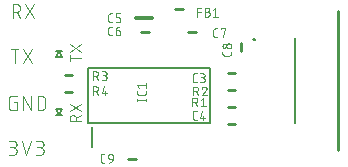
<source format=gbr>
G04 EAGLE Gerber RS-274X export*
G75*
%MOMM*%
%FSLAX34Y34*%
%LPD*%
%INSilkscreen Top*%
%IPPOS*%
%AMOC8*
5,1,8,0,0,1.08239X$1,22.5*%
G01*
%ADD10C,0.076200*%
%ADD11C,0.200000*%
%ADD12C,0.254000*%
%ADD13C,0.101600*%
%ADD14C,0.127000*%
%ADD15C,0.304800*%


D10*
X-52769Y91892D02*
X-62167Y91892D01*
X-62167Y94502D02*
X-62167Y89281D01*
X-52769Y97293D02*
X-62167Y103559D01*
X-62167Y97293D02*
X-52769Y103559D01*
X-52769Y38481D02*
X-62167Y38481D01*
X-62167Y41092D01*
X-62165Y41193D01*
X-62159Y41294D01*
X-62149Y41395D01*
X-62136Y41495D01*
X-62118Y41595D01*
X-62097Y41694D01*
X-62071Y41792D01*
X-62042Y41889D01*
X-62010Y41985D01*
X-61973Y42079D01*
X-61933Y42172D01*
X-61889Y42264D01*
X-61842Y42353D01*
X-61791Y42441D01*
X-61737Y42527D01*
X-61680Y42610D01*
X-61620Y42692D01*
X-61556Y42770D01*
X-61490Y42847D01*
X-61420Y42920D01*
X-61348Y42991D01*
X-61273Y43059D01*
X-61195Y43124D01*
X-61115Y43186D01*
X-61033Y43245D01*
X-60948Y43301D01*
X-60862Y43353D01*
X-60773Y43402D01*
X-60682Y43448D01*
X-60590Y43489D01*
X-60496Y43528D01*
X-60401Y43562D01*
X-60305Y43593D01*
X-60207Y43620D01*
X-60109Y43644D01*
X-60009Y43663D01*
X-59909Y43679D01*
X-59809Y43691D01*
X-59708Y43699D01*
X-59607Y43703D01*
X-59505Y43703D01*
X-59404Y43699D01*
X-59303Y43691D01*
X-59203Y43679D01*
X-59103Y43663D01*
X-59003Y43644D01*
X-58905Y43620D01*
X-58807Y43593D01*
X-58711Y43562D01*
X-58616Y43528D01*
X-58522Y43489D01*
X-58430Y43448D01*
X-58339Y43402D01*
X-58251Y43353D01*
X-58164Y43301D01*
X-58079Y43245D01*
X-57997Y43186D01*
X-57917Y43124D01*
X-57839Y43059D01*
X-57764Y42991D01*
X-57692Y42920D01*
X-57622Y42847D01*
X-57556Y42770D01*
X-57492Y42692D01*
X-57432Y42610D01*
X-57375Y42527D01*
X-57321Y42441D01*
X-57270Y42353D01*
X-57223Y42264D01*
X-57179Y42172D01*
X-57139Y42079D01*
X-57102Y41985D01*
X-57070Y41889D01*
X-57041Y41792D01*
X-57015Y41694D01*
X-56994Y41595D01*
X-56976Y41495D01*
X-56963Y41395D01*
X-56953Y41294D01*
X-56947Y41193D01*
X-56945Y41092D01*
X-56945Y38481D01*
X-56945Y41614D02*
X-52769Y43702D01*
X-52769Y47046D02*
X-62167Y53311D01*
X-62167Y47046D02*
X-52769Y53311D01*
D11*
X93250Y108025D02*
X93252Y107981D01*
X93258Y107938D01*
X93267Y107896D01*
X93280Y107854D01*
X93297Y107814D01*
X93317Y107775D01*
X93340Y107738D01*
X93367Y107704D01*
X93396Y107671D01*
X93429Y107642D01*
X93463Y107615D01*
X93500Y107592D01*
X93539Y107572D01*
X93579Y107555D01*
X93621Y107542D01*
X93663Y107533D01*
X93706Y107527D01*
X93750Y107525D01*
X93794Y107527D01*
X93837Y107533D01*
X93879Y107542D01*
X93921Y107555D01*
X93961Y107572D01*
X94000Y107592D01*
X94037Y107615D01*
X94071Y107642D01*
X94104Y107671D01*
X94133Y107704D01*
X94160Y107738D01*
X94183Y107775D01*
X94203Y107814D01*
X94220Y107854D01*
X94233Y107896D01*
X94242Y107938D01*
X94248Y107981D01*
X94250Y108025D01*
X94248Y108069D01*
X94242Y108112D01*
X94233Y108154D01*
X94220Y108196D01*
X94203Y108236D01*
X94183Y108275D01*
X94160Y108312D01*
X94133Y108346D01*
X94104Y108379D01*
X94071Y108408D01*
X94037Y108435D01*
X94000Y108458D01*
X93961Y108478D01*
X93921Y108495D01*
X93879Y108508D01*
X93837Y108517D01*
X93794Y108523D01*
X93750Y108525D01*
X93706Y108523D01*
X93663Y108517D01*
X93621Y108508D01*
X93579Y108495D01*
X93539Y108478D01*
X93500Y108458D01*
X93463Y108435D01*
X93429Y108408D01*
X93396Y108379D01*
X93367Y108346D01*
X93340Y108312D01*
X93317Y108275D01*
X93297Y108236D01*
X93280Y108196D01*
X93267Y108154D01*
X93258Y108112D01*
X93252Y108069D01*
X93250Y108025D01*
X93252Y107981D01*
X93258Y107938D01*
X93267Y107896D01*
X93280Y107854D01*
X93297Y107814D01*
X93317Y107775D01*
X93340Y107738D01*
X93367Y107704D01*
X93396Y107671D01*
X93429Y107642D01*
X93463Y107615D01*
X93500Y107592D01*
X93539Y107572D01*
X93579Y107555D01*
X93621Y107542D01*
X93663Y107533D01*
X93706Y107527D01*
X93750Y107525D01*
X93794Y107527D01*
X93837Y107533D01*
X93879Y107542D01*
X93921Y107555D01*
X93961Y107572D01*
X94000Y107592D01*
X94037Y107615D01*
X94071Y107642D01*
X94104Y107671D01*
X94133Y107704D01*
X94160Y107738D01*
X94183Y107775D01*
X94203Y107814D01*
X94220Y107854D01*
X94233Y107896D01*
X94242Y107938D01*
X94248Y107981D01*
X94250Y108025D01*
X128250Y109025D02*
X128250Y37025D01*
D12*
X165100Y14288D02*
X165100Y131763D01*
D11*
X-46618Y83325D02*
X-46618Y37325D01*
X-46618Y83325D02*
X56143Y83325D01*
X56143Y37325D01*
X-46618Y37325D01*
X-43238Y33825D02*
X-43238Y16825D01*
D10*
X-5271Y56912D02*
X2096Y56912D01*
X2096Y56094D02*
X2096Y57731D01*
X-5271Y57731D02*
X-5271Y56094D01*
X2096Y62332D02*
X2096Y63969D01*
X2096Y62332D02*
X2094Y62254D01*
X2089Y62176D01*
X2079Y62099D01*
X2066Y62022D01*
X2050Y61946D01*
X2030Y61871D01*
X2006Y61797D01*
X1979Y61724D01*
X1948Y61652D01*
X1914Y61582D01*
X1877Y61514D01*
X1836Y61447D01*
X1792Y61382D01*
X1746Y61320D01*
X1696Y61260D01*
X1644Y61202D01*
X1589Y61147D01*
X1531Y61095D01*
X1471Y61045D01*
X1409Y60999D01*
X1344Y60955D01*
X1278Y60914D01*
X1209Y60877D01*
X1139Y60843D01*
X1067Y60812D01*
X994Y60785D01*
X920Y60761D01*
X845Y60741D01*
X769Y60725D01*
X692Y60712D01*
X615Y60702D01*
X537Y60697D01*
X459Y60695D01*
X-3634Y60695D01*
X-3712Y60697D01*
X-3790Y60702D01*
X-3867Y60712D01*
X-3944Y60725D01*
X-4020Y60741D01*
X-4095Y60761D01*
X-4169Y60785D01*
X-4242Y60812D01*
X-4314Y60843D01*
X-4384Y60877D01*
X-4453Y60914D01*
X-4519Y60955D01*
X-4584Y60999D01*
X-4646Y61045D01*
X-4706Y61095D01*
X-4764Y61147D01*
X-4819Y61202D01*
X-4871Y61260D01*
X-4921Y61320D01*
X-4967Y61382D01*
X-5011Y61447D01*
X-5052Y61514D01*
X-5089Y61582D01*
X-5123Y61652D01*
X-5154Y61724D01*
X-5181Y61797D01*
X-5205Y61871D01*
X-5225Y61946D01*
X-5241Y62022D01*
X-5254Y62099D01*
X-5264Y62176D01*
X-5269Y62254D01*
X-5271Y62332D01*
X-5271Y63969D01*
X-3634Y66814D02*
X-5271Y68860D01*
X2096Y68860D01*
X2096Y66814D02*
X2096Y70906D01*
D12*
X71311Y79375D02*
X77915Y79375D01*
D10*
X45069Y71628D02*
X43432Y71628D01*
X43354Y71630D01*
X43276Y71635D01*
X43199Y71645D01*
X43122Y71658D01*
X43046Y71674D01*
X42971Y71694D01*
X42897Y71718D01*
X42824Y71745D01*
X42752Y71776D01*
X42682Y71810D01*
X42614Y71847D01*
X42547Y71888D01*
X42482Y71932D01*
X42420Y71978D01*
X42360Y72028D01*
X42302Y72080D01*
X42247Y72135D01*
X42195Y72193D01*
X42145Y72253D01*
X42099Y72315D01*
X42055Y72380D01*
X42014Y72447D01*
X41977Y72515D01*
X41943Y72585D01*
X41912Y72657D01*
X41885Y72730D01*
X41861Y72804D01*
X41841Y72879D01*
X41825Y72955D01*
X41812Y73032D01*
X41802Y73109D01*
X41797Y73187D01*
X41795Y73265D01*
X41795Y77357D01*
X41797Y77437D01*
X41803Y77517D01*
X41813Y77597D01*
X41826Y77676D01*
X41844Y77755D01*
X41865Y77832D01*
X41891Y77908D01*
X41920Y77983D01*
X41952Y78057D01*
X41988Y78129D01*
X42028Y78199D01*
X42071Y78266D01*
X42117Y78332D01*
X42167Y78395D01*
X42219Y78456D01*
X42274Y78515D01*
X42333Y78570D01*
X42393Y78622D01*
X42457Y78672D01*
X42523Y78718D01*
X42590Y78761D01*
X42660Y78801D01*
X42732Y78837D01*
X42806Y78869D01*
X42880Y78898D01*
X42957Y78924D01*
X43034Y78945D01*
X43113Y78963D01*
X43192Y78976D01*
X43272Y78986D01*
X43352Y78992D01*
X43432Y78994D01*
X45069Y78994D01*
X47914Y71628D02*
X49960Y71628D01*
X50049Y71630D01*
X50138Y71636D01*
X50227Y71646D01*
X50315Y71659D01*
X50403Y71676D01*
X50490Y71698D01*
X50575Y71723D01*
X50660Y71751D01*
X50743Y71784D01*
X50825Y71820D01*
X50905Y71859D01*
X50983Y71902D01*
X51059Y71948D01*
X51134Y71998D01*
X51206Y72051D01*
X51275Y72107D01*
X51342Y72166D01*
X51407Y72227D01*
X51468Y72292D01*
X51527Y72359D01*
X51583Y72428D01*
X51636Y72500D01*
X51686Y72575D01*
X51732Y72651D01*
X51775Y72729D01*
X51814Y72809D01*
X51850Y72891D01*
X51883Y72974D01*
X51911Y73059D01*
X51936Y73144D01*
X51958Y73231D01*
X51975Y73319D01*
X51988Y73407D01*
X51998Y73496D01*
X52004Y73585D01*
X52006Y73674D01*
X52004Y73763D01*
X51998Y73852D01*
X51988Y73941D01*
X51975Y74029D01*
X51958Y74117D01*
X51936Y74204D01*
X51911Y74289D01*
X51883Y74374D01*
X51850Y74457D01*
X51814Y74539D01*
X51775Y74619D01*
X51732Y74697D01*
X51686Y74773D01*
X51636Y74848D01*
X51583Y74920D01*
X51527Y74989D01*
X51468Y75056D01*
X51407Y75121D01*
X51342Y75182D01*
X51275Y75241D01*
X51206Y75297D01*
X51134Y75350D01*
X51059Y75400D01*
X50983Y75446D01*
X50905Y75489D01*
X50825Y75528D01*
X50743Y75564D01*
X50660Y75597D01*
X50575Y75625D01*
X50490Y75650D01*
X50403Y75672D01*
X50315Y75689D01*
X50227Y75702D01*
X50138Y75712D01*
X50049Y75718D01*
X49960Y75720D01*
X50370Y78994D02*
X47914Y78994D01*
X50370Y78994D02*
X50449Y78992D01*
X50528Y78986D01*
X50607Y78977D01*
X50685Y78964D01*
X50762Y78946D01*
X50838Y78926D01*
X50913Y78901D01*
X50987Y78873D01*
X51060Y78842D01*
X51131Y78806D01*
X51200Y78768D01*
X51267Y78726D01*
X51332Y78681D01*
X51395Y78633D01*
X51456Y78582D01*
X51513Y78528D01*
X51569Y78472D01*
X51621Y78413D01*
X51671Y78351D01*
X51717Y78287D01*
X51761Y78221D01*
X51801Y78153D01*
X51837Y78083D01*
X51871Y78011D01*
X51901Y77937D01*
X51927Y77863D01*
X51950Y77787D01*
X51968Y77710D01*
X51984Y77633D01*
X51995Y77554D01*
X52003Y77476D01*
X52007Y77397D01*
X52007Y77317D01*
X52003Y77238D01*
X51995Y77160D01*
X51984Y77081D01*
X51968Y77004D01*
X51950Y76927D01*
X51927Y76851D01*
X51901Y76777D01*
X51871Y76703D01*
X51837Y76631D01*
X51801Y76561D01*
X51761Y76493D01*
X51717Y76427D01*
X51671Y76363D01*
X51621Y76301D01*
X51569Y76242D01*
X51513Y76186D01*
X51456Y76132D01*
X51395Y76081D01*
X51332Y76033D01*
X51267Y75988D01*
X51200Y75946D01*
X51131Y75908D01*
X51060Y75872D01*
X50987Y75841D01*
X50913Y75813D01*
X50838Y75788D01*
X50762Y75768D01*
X50685Y75750D01*
X50607Y75737D01*
X50528Y75728D01*
X50449Y75722D01*
X50370Y75720D01*
X48733Y75720D01*
D12*
X71311Y36513D02*
X77915Y36513D01*
D10*
X45069Y39878D02*
X43432Y39878D01*
X43354Y39880D01*
X43276Y39885D01*
X43199Y39895D01*
X43122Y39908D01*
X43046Y39924D01*
X42971Y39944D01*
X42897Y39968D01*
X42824Y39995D01*
X42752Y40026D01*
X42682Y40060D01*
X42614Y40097D01*
X42547Y40138D01*
X42482Y40182D01*
X42420Y40228D01*
X42360Y40278D01*
X42302Y40330D01*
X42247Y40385D01*
X42195Y40443D01*
X42145Y40503D01*
X42099Y40565D01*
X42055Y40630D01*
X42014Y40697D01*
X41977Y40765D01*
X41943Y40835D01*
X41912Y40907D01*
X41885Y40980D01*
X41861Y41054D01*
X41841Y41129D01*
X41825Y41205D01*
X41812Y41282D01*
X41802Y41359D01*
X41797Y41437D01*
X41795Y41515D01*
X41795Y45607D01*
X41797Y45687D01*
X41803Y45767D01*
X41813Y45847D01*
X41826Y45926D01*
X41844Y46005D01*
X41865Y46082D01*
X41891Y46158D01*
X41920Y46233D01*
X41952Y46307D01*
X41988Y46379D01*
X42028Y46449D01*
X42071Y46516D01*
X42117Y46582D01*
X42167Y46645D01*
X42219Y46706D01*
X42274Y46765D01*
X42333Y46820D01*
X42393Y46872D01*
X42457Y46922D01*
X42523Y46968D01*
X42590Y47011D01*
X42660Y47051D01*
X42732Y47087D01*
X42806Y47119D01*
X42880Y47148D01*
X42957Y47174D01*
X43034Y47195D01*
X43113Y47213D01*
X43192Y47226D01*
X43272Y47236D01*
X43352Y47242D01*
X43432Y47244D01*
X45069Y47244D01*
X49551Y47244D02*
X47914Y41515D01*
X52007Y41515D01*
X50779Y43152D02*
X50779Y39878D01*
D12*
X71311Y50800D02*
X77661Y50800D01*
D10*
X41656Y51181D02*
X41656Y58547D01*
X43702Y58547D01*
X43791Y58545D01*
X43880Y58539D01*
X43969Y58529D01*
X44057Y58516D01*
X44145Y58499D01*
X44232Y58477D01*
X44317Y58452D01*
X44402Y58424D01*
X44485Y58391D01*
X44567Y58355D01*
X44647Y58316D01*
X44725Y58273D01*
X44801Y58227D01*
X44876Y58177D01*
X44948Y58124D01*
X45017Y58068D01*
X45084Y58009D01*
X45149Y57948D01*
X45210Y57883D01*
X45269Y57816D01*
X45325Y57747D01*
X45378Y57675D01*
X45428Y57600D01*
X45474Y57524D01*
X45517Y57446D01*
X45556Y57366D01*
X45592Y57284D01*
X45625Y57201D01*
X45653Y57116D01*
X45678Y57031D01*
X45700Y56944D01*
X45717Y56856D01*
X45730Y56768D01*
X45740Y56679D01*
X45746Y56590D01*
X45748Y56501D01*
X45746Y56412D01*
X45740Y56323D01*
X45730Y56234D01*
X45717Y56146D01*
X45700Y56058D01*
X45678Y55971D01*
X45653Y55886D01*
X45625Y55801D01*
X45592Y55718D01*
X45556Y55636D01*
X45517Y55556D01*
X45474Y55478D01*
X45428Y55402D01*
X45378Y55327D01*
X45325Y55255D01*
X45269Y55186D01*
X45210Y55119D01*
X45149Y55054D01*
X45084Y54993D01*
X45017Y54934D01*
X44948Y54878D01*
X44876Y54825D01*
X44801Y54775D01*
X44725Y54729D01*
X44647Y54686D01*
X44567Y54647D01*
X44485Y54611D01*
X44402Y54578D01*
X44317Y54550D01*
X44232Y54525D01*
X44145Y54503D01*
X44057Y54486D01*
X43969Y54473D01*
X43880Y54463D01*
X43791Y54457D01*
X43702Y54455D01*
X41656Y54455D01*
X44111Y54455D02*
X45748Y51181D01*
X48920Y56910D02*
X50966Y58547D01*
X50966Y51181D01*
X48920Y51181D02*
X53012Y51181D01*
D12*
X71311Y65088D02*
X77661Y65088D01*
D10*
X42238Y67882D02*
X42238Y60516D01*
X42238Y67882D02*
X44284Y67882D01*
X44284Y67881D02*
X44373Y67879D01*
X44462Y67873D01*
X44551Y67863D01*
X44639Y67850D01*
X44727Y67833D01*
X44814Y67811D01*
X44899Y67786D01*
X44984Y67758D01*
X45067Y67725D01*
X45149Y67689D01*
X45229Y67650D01*
X45307Y67607D01*
X45383Y67561D01*
X45458Y67511D01*
X45530Y67458D01*
X45599Y67402D01*
X45666Y67343D01*
X45731Y67282D01*
X45792Y67217D01*
X45851Y67150D01*
X45907Y67081D01*
X45960Y67009D01*
X46010Y66934D01*
X46056Y66858D01*
X46099Y66780D01*
X46138Y66700D01*
X46174Y66618D01*
X46207Y66535D01*
X46235Y66450D01*
X46260Y66365D01*
X46282Y66278D01*
X46299Y66190D01*
X46312Y66102D01*
X46322Y66013D01*
X46328Y65924D01*
X46330Y65835D01*
X46328Y65746D01*
X46322Y65657D01*
X46312Y65568D01*
X46299Y65480D01*
X46282Y65392D01*
X46260Y65305D01*
X46235Y65220D01*
X46207Y65135D01*
X46174Y65052D01*
X46138Y64970D01*
X46099Y64890D01*
X46056Y64812D01*
X46010Y64736D01*
X45960Y64661D01*
X45907Y64589D01*
X45851Y64520D01*
X45792Y64453D01*
X45731Y64388D01*
X45666Y64327D01*
X45599Y64268D01*
X45530Y64212D01*
X45458Y64159D01*
X45383Y64109D01*
X45307Y64063D01*
X45229Y64020D01*
X45149Y63981D01*
X45067Y63945D01*
X44984Y63912D01*
X44899Y63884D01*
X44814Y63859D01*
X44727Y63837D01*
X44639Y63820D01*
X44551Y63807D01*
X44462Y63797D01*
X44373Y63791D01*
X44284Y63789D01*
X42238Y63789D01*
X44693Y63789D02*
X46330Y60516D01*
X53595Y66040D02*
X53593Y66125D01*
X53587Y66210D01*
X53577Y66294D01*
X53564Y66378D01*
X53546Y66462D01*
X53525Y66544D01*
X53500Y66625D01*
X53471Y66705D01*
X53438Y66784D01*
X53402Y66861D01*
X53362Y66936D01*
X53319Y67010D01*
X53273Y67081D01*
X53223Y67150D01*
X53170Y67217D01*
X53114Y67281D01*
X53055Y67342D01*
X52994Y67401D01*
X52930Y67457D01*
X52863Y67510D01*
X52794Y67560D01*
X52723Y67606D01*
X52649Y67649D01*
X52574Y67689D01*
X52497Y67725D01*
X52418Y67758D01*
X52338Y67787D01*
X52257Y67812D01*
X52175Y67833D01*
X52091Y67851D01*
X52007Y67864D01*
X51923Y67874D01*
X51838Y67880D01*
X51753Y67882D01*
X51657Y67880D01*
X51561Y67874D01*
X51466Y67864D01*
X51371Y67851D01*
X51276Y67833D01*
X51183Y67812D01*
X51090Y67787D01*
X50999Y67758D01*
X50908Y67726D01*
X50819Y67690D01*
X50732Y67650D01*
X50646Y67607D01*
X50562Y67561D01*
X50480Y67511D01*
X50400Y67457D01*
X50323Y67401D01*
X50248Y67341D01*
X50175Y67279D01*
X50105Y67213D01*
X50037Y67145D01*
X49972Y67074D01*
X49911Y67001D01*
X49852Y66925D01*
X49796Y66846D01*
X49744Y66766D01*
X49695Y66683D01*
X49649Y66599D01*
X49607Y66513D01*
X49569Y66425D01*
X49534Y66336D01*
X49502Y66245D01*
X52980Y64608D02*
X53040Y64667D01*
X53097Y64729D01*
X53152Y64793D01*
X53203Y64860D01*
X53252Y64929D01*
X53298Y64999D01*
X53341Y65072D01*
X53381Y65146D01*
X53417Y65222D01*
X53450Y65300D01*
X53480Y65379D01*
X53507Y65459D01*
X53530Y65540D01*
X53549Y65622D01*
X53565Y65704D01*
X53578Y65788D01*
X53587Y65872D01*
X53592Y65956D01*
X53594Y66040D01*
X52980Y64608D02*
X49502Y60516D01*
X53594Y60516D01*
D12*
X4890Y114300D02*
X-1715Y114300D01*
D10*
X-26369Y111316D02*
X-28005Y111316D01*
X-28005Y111315D02*
X-28083Y111317D01*
X-28161Y111322D01*
X-28238Y111332D01*
X-28315Y111345D01*
X-28391Y111361D01*
X-28466Y111381D01*
X-28540Y111405D01*
X-28613Y111432D01*
X-28685Y111463D01*
X-28755Y111497D01*
X-28824Y111534D01*
X-28890Y111575D01*
X-28955Y111619D01*
X-29017Y111665D01*
X-29077Y111715D01*
X-29135Y111767D01*
X-29190Y111822D01*
X-29242Y111880D01*
X-29292Y111940D01*
X-29338Y112002D01*
X-29382Y112067D01*
X-29423Y112134D01*
X-29460Y112202D01*
X-29494Y112272D01*
X-29525Y112344D01*
X-29552Y112417D01*
X-29576Y112491D01*
X-29596Y112566D01*
X-29612Y112642D01*
X-29625Y112719D01*
X-29635Y112796D01*
X-29640Y112874D01*
X-29642Y112952D01*
X-29642Y117045D01*
X-29640Y117123D01*
X-29635Y117201D01*
X-29625Y117278D01*
X-29612Y117355D01*
X-29596Y117431D01*
X-29576Y117506D01*
X-29552Y117580D01*
X-29525Y117653D01*
X-29494Y117725D01*
X-29460Y117795D01*
X-29423Y117864D01*
X-29382Y117930D01*
X-29338Y117995D01*
X-29292Y118057D01*
X-29242Y118117D01*
X-29190Y118175D01*
X-29135Y118230D01*
X-29077Y118282D01*
X-29017Y118332D01*
X-28955Y118378D01*
X-28890Y118422D01*
X-28824Y118463D01*
X-28755Y118500D01*
X-28685Y118534D01*
X-28613Y118565D01*
X-28540Y118592D01*
X-28466Y118616D01*
X-28391Y118636D01*
X-28315Y118652D01*
X-28238Y118665D01*
X-28161Y118675D01*
X-28083Y118680D01*
X-28005Y118682D01*
X-26369Y118682D01*
X-23523Y115408D02*
X-21068Y115408D01*
X-20988Y115406D01*
X-20908Y115400D01*
X-20828Y115390D01*
X-20749Y115377D01*
X-20670Y115359D01*
X-20593Y115338D01*
X-20517Y115312D01*
X-20442Y115283D01*
X-20368Y115251D01*
X-20296Y115215D01*
X-20226Y115175D01*
X-20159Y115132D01*
X-20093Y115086D01*
X-20030Y115036D01*
X-19969Y114984D01*
X-19910Y114929D01*
X-19855Y114870D01*
X-19803Y114810D01*
X-19753Y114746D01*
X-19707Y114680D01*
X-19664Y114613D01*
X-19624Y114543D01*
X-19588Y114471D01*
X-19556Y114397D01*
X-19527Y114323D01*
X-19501Y114246D01*
X-19480Y114169D01*
X-19462Y114090D01*
X-19449Y114011D01*
X-19439Y113931D01*
X-19433Y113851D01*
X-19431Y113771D01*
X-19431Y113362D01*
X-19433Y113273D01*
X-19439Y113184D01*
X-19449Y113095D01*
X-19462Y113007D01*
X-19479Y112919D01*
X-19501Y112832D01*
X-19526Y112747D01*
X-19554Y112662D01*
X-19587Y112579D01*
X-19623Y112497D01*
X-19662Y112417D01*
X-19705Y112339D01*
X-19751Y112263D01*
X-19801Y112188D01*
X-19854Y112116D01*
X-19910Y112047D01*
X-19969Y111980D01*
X-20030Y111915D01*
X-20095Y111854D01*
X-20162Y111795D01*
X-20231Y111739D01*
X-20303Y111686D01*
X-20378Y111636D01*
X-20454Y111590D01*
X-20532Y111547D01*
X-20612Y111508D01*
X-20694Y111472D01*
X-20777Y111439D01*
X-20862Y111411D01*
X-20947Y111386D01*
X-21034Y111364D01*
X-21122Y111347D01*
X-21210Y111334D01*
X-21299Y111324D01*
X-21388Y111318D01*
X-21477Y111316D01*
X-21566Y111318D01*
X-21655Y111324D01*
X-21744Y111334D01*
X-21832Y111347D01*
X-21920Y111364D01*
X-22007Y111386D01*
X-22092Y111411D01*
X-22177Y111439D01*
X-22260Y111472D01*
X-22342Y111508D01*
X-22422Y111547D01*
X-22500Y111590D01*
X-22576Y111636D01*
X-22651Y111686D01*
X-22723Y111739D01*
X-22792Y111795D01*
X-22859Y111854D01*
X-22924Y111915D01*
X-22985Y111980D01*
X-23044Y112047D01*
X-23100Y112116D01*
X-23153Y112188D01*
X-23203Y112263D01*
X-23249Y112339D01*
X-23292Y112417D01*
X-23331Y112497D01*
X-23367Y112579D01*
X-23400Y112662D01*
X-23428Y112747D01*
X-23453Y112832D01*
X-23475Y112919D01*
X-23492Y113007D01*
X-23505Y113095D01*
X-23515Y113184D01*
X-23521Y113273D01*
X-23523Y113362D01*
X-23523Y115408D01*
X-23521Y115520D01*
X-23515Y115631D01*
X-23506Y115743D01*
X-23493Y115854D01*
X-23475Y115964D01*
X-23455Y116074D01*
X-23430Y116183D01*
X-23402Y116291D01*
X-23370Y116398D01*
X-23334Y116504D01*
X-23295Y116609D01*
X-23252Y116712D01*
X-23206Y116814D01*
X-23156Y116914D01*
X-23103Y117013D01*
X-23046Y117109D01*
X-22987Y117204D01*
X-22924Y117296D01*
X-22858Y117386D01*
X-22789Y117474D01*
X-22717Y117560D01*
X-22642Y117643D01*
X-22564Y117723D01*
X-22484Y117801D01*
X-22401Y117876D01*
X-22315Y117948D01*
X-22227Y118017D01*
X-22137Y118083D01*
X-22045Y118146D01*
X-21950Y118205D01*
X-21854Y118262D01*
X-21755Y118315D01*
X-21655Y118365D01*
X-21553Y118411D01*
X-21450Y118454D01*
X-21345Y118493D01*
X-21239Y118529D01*
X-21132Y118561D01*
X-21024Y118589D01*
X-20915Y118614D01*
X-20805Y118634D01*
X-20695Y118652D01*
X-20584Y118665D01*
X-20472Y118674D01*
X-20361Y118680D01*
X-20249Y118682D01*
D13*
X-108959Y99505D02*
X-108959Y87821D01*
X-112205Y99505D02*
X-105713Y99505D01*
X-94396Y99505D02*
X-102186Y87821D01*
X-94396Y87821D02*
X-102186Y99505D01*
X-110617Y125921D02*
X-110617Y137605D01*
X-107371Y137605D01*
X-107258Y137603D01*
X-107145Y137597D01*
X-107032Y137587D01*
X-106919Y137573D01*
X-106807Y137556D01*
X-106696Y137534D01*
X-106586Y137509D01*
X-106476Y137479D01*
X-106368Y137446D01*
X-106261Y137409D01*
X-106155Y137369D01*
X-106051Y137324D01*
X-105948Y137276D01*
X-105847Y137225D01*
X-105748Y137170D01*
X-105651Y137112D01*
X-105556Y137050D01*
X-105463Y136985D01*
X-105373Y136917D01*
X-105285Y136846D01*
X-105199Y136771D01*
X-105116Y136694D01*
X-105036Y136614D01*
X-104959Y136531D01*
X-104884Y136445D01*
X-104813Y136357D01*
X-104745Y136267D01*
X-104680Y136174D01*
X-104618Y136079D01*
X-104560Y135982D01*
X-104505Y135883D01*
X-104454Y135782D01*
X-104406Y135679D01*
X-104361Y135575D01*
X-104321Y135469D01*
X-104284Y135362D01*
X-104251Y135254D01*
X-104221Y135144D01*
X-104196Y135034D01*
X-104174Y134923D01*
X-104157Y134811D01*
X-104143Y134698D01*
X-104133Y134585D01*
X-104127Y134472D01*
X-104125Y134359D01*
X-104127Y134246D01*
X-104133Y134133D01*
X-104143Y134020D01*
X-104157Y133907D01*
X-104174Y133795D01*
X-104196Y133684D01*
X-104221Y133574D01*
X-104251Y133464D01*
X-104284Y133356D01*
X-104321Y133249D01*
X-104361Y133143D01*
X-104406Y133039D01*
X-104454Y132936D01*
X-104505Y132835D01*
X-104560Y132736D01*
X-104618Y132639D01*
X-104680Y132544D01*
X-104745Y132451D01*
X-104813Y132361D01*
X-104884Y132273D01*
X-104959Y132187D01*
X-105036Y132104D01*
X-105116Y132024D01*
X-105199Y131947D01*
X-105285Y131872D01*
X-105373Y131801D01*
X-105463Y131733D01*
X-105556Y131668D01*
X-105651Y131606D01*
X-105748Y131548D01*
X-105847Y131493D01*
X-105948Y131442D01*
X-106051Y131394D01*
X-106155Y131349D01*
X-106261Y131309D01*
X-106368Y131272D01*
X-106476Y131239D01*
X-106586Y131209D01*
X-106696Y131184D01*
X-106807Y131162D01*
X-106919Y131145D01*
X-107032Y131131D01*
X-107145Y131121D01*
X-107258Y131115D01*
X-107371Y131113D01*
X-110617Y131113D01*
X-106722Y131113D02*
X-104126Y125921D01*
X-99910Y125921D02*
X-92120Y137605D01*
X-99910Y137605D02*
X-92120Y125921D01*
D12*
X27115Y133604D02*
X33973Y133604D01*
D10*
X45631Y134557D02*
X45631Y127191D01*
X45631Y134557D02*
X48905Y134557D01*
X48905Y131283D02*
X45631Y131283D01*
X52073Y131283D02*
X54119Y131283D01*
X54208Y131281D01*
X54297Y131275D01*
X54386Y131265D01*
X54474Y131252D01*
X54562Y131235D01*
X54649Y131213D01*
X54734Y131188D01*
X54819Y131160D01*
X54902Y131127D01*
X54984Y131091D01*
X55064Y131052D01*
X55142Y131009D01*
X55218Y130963D01*
X55293Y130913D01*
X55365Y130860D01*
X55434Y130804D01*
X55501Y130745D01*
X55566Y130684D01*
X55627Y130619D01*
X55686Y130552D01*
X55742Y130483D01*
X55795Y130411D01*
X55845Y130336D01*
X55891Y130260D01*
X55934Y130182D01*
X55973Y130102D01*
X56009Y130020D01*
X56042Y129937D01*
X56070Y129852D01*
X56095Y129767D01*
X56117Y129680D01*
X56134Y129592D01*
X56147Y129504D01*
X56157Y129415D01*
X56163Y129326D01*
X56165Y129237D01*
X56163Y129148D01*
X56157Y129059D01*
X56147Y128970D01*
X56134Y128882D01*
X56117Y128794D01*
X56095Y128707D01*
X56070Y128622D01*
X56042Y128537D01*
X56009Y128454D01*
X55973Y128372D01*
X55934Y128292D01*
X55891Y128214D01*
X55845Y128138D01*
X55795Y128063D01*
X55742Y127991D01*
X55686Y127922D01*
X55627Y127855D01*
X55566Y127790D01*
X55501Y127729D01*
X55434Y127670D01*
X55365Y127614D01*
X55293Y127561D01*
X55218Y127511D01*
X55142Y127465D01*
X55064Y127422D01*
X54984Y127383D01*
X54902Y127347D01*
X54819Y127314D01*
X54734Y127286D01*
X54649Y127261D01*
X54562Y127239D01*
X54474Y127222D01*
X54386Y127209D01*
X54297Y127199D01*
X54208Y127193D01*
X54119Y127191D01*
X52073Y127191D01*
X52073Y134557D01*
X54119Y134557D01*
X54198Y134555D01*
X54277Y134549D01*
X54356Y134540D01*
X54434Y134527D01*
X54511Y134509D01*
X54587Y134489D01*
X54662Y134464D01*
X54736Y134436D01*
X54809Y134405D01*
X54880Y134369D01*
X54949Y134331D01*
X55016Y134289D01*
X55081Y134244D01*
X55144Y134196D01*
X55205Y134145D01*
X55262Y134091D01*
X55318Y134035D01*
X55370Y133976D01*
X55420Y133914D01*
X55466Y133850D01*
X55510Y133784D01*
X55550Y133716D01*
X55586Y133646D01*
X55620Y133574D01*
X55650Y133500D01*
X55676Y133426D01*
X55699Y133350D01*
X55717Y133273D01*
X55733Y133196D01*
X55744Y133117D01*
X55752Y133039D01*
X55756Y132960D01*
X55756Y132880D01*
X55752Y132801D01*
X55744Y132723D01*
X55733Y132644D01*
X55717Y132567D01*
X55699Y132490D01*
X55676Y132414D01*
X55650Y132340D01*
X55620Y132266D01*
X55586Y132194D01*
X55550Y132124D01*
X55510Y132056D01*
X55466Y131990D01*
X55420Y131926D01*
X55370Y131864D01*
X55318Y131805D01*
X55262Y131749D01*
X55205Y131695D01*
X55144Y131644D01*
X55081Y131596D01*
X55016Y131551D01*
X54949Y131509D01*
X54880Y131471D01*
X54809Y131435D01*
X54736Y131404D01*
X54662Y131376D01*
X54587Y131351D01*
X54511Y131331D01*
X54434Y131313D01*
X54356Y131300D01*
X54277Y131291D01*
X54198Y131285D01*
X54119Y131283D01*
X59027Y132920D02*
X61073Y134557D01*
X61073Y127191D01*
X59027Y127191D02*
X63119Y127191D01*
D12*
X-60198Y77788D02*
X-66548Y77788D01*
D10*
X-42482Y80772D02*
X-42482Y73406D01*
X-42482Y80772D02*
X-40435Y80772D01*
X-40346Y80770D01*
X-40257Y80764D01*
X-40168Y80754D01*
X-40080Y80741D01*
X-39992Y80724D01*
X-39905Y80702D01*
X-39820Y80677D01*
X-39735Y80649D01*
X-39652Y80616D01*
X-39570Y80580D01*
X-39490Y80541D01*
X-39412Y80498D01*
X-39336Y80452D01*
X-39261Y80402D01*
X-39189Y80349D01*
X-39120Y80293D01*
X-39053Y80234D01*
X-38988Y80173D01*
X-38927Y80108D01*
X-38868Y80041D01*
X-38812Y79972D01*
X-38759Y79900D01*
X-38709Y79825D01*
X-38663Y79749D01*
X-38620Y79671D01*
X-38581Y79591D01*
X-38545Y79509D01*
X-38512Y79426D01*
X-38484Y79341D01*
X-38459Y79256D01*
X-38437Y79169D01*
X-38420Y79081D01*
X-38407Y78993D01*
X-38397Y78904D01*
X-38391Y78815D01*
X-38389Y78726D01*
X-38391Y78637D01*
X-38397Y78548D01*
X-38407Y78459D01*
X-38420Y78371D01*
X-38437Y78283D01*
X-38459Y78196D01*
X-38484Y78111D01*
X-38512Y78026D01*
X-38545Y77943D01*
X-38581Y77861D01*
X-38620Y77781D01*
X-38663Y77703D01*
X-38709Y77627D01*
X-38759Y77552D01*
X-38812Y77480D01*
X-38868Y77411D01*
X-38927Y77344D01*
X-38988Y77279D01*
X-39053Y77218D01*
X-39120Y77159D01*
X-39189Y77103D01*
X-39261Y77050D01*
X-39336Y77000D01*
X-39412Y76954D01*
X-39490Y76911D01*
X-39570Y76872D01*
X-39652Y76836D01*
X-39735Y76803D01*
X-39820Y76775D01*
X-39905Y76750D01*
X-39992Y76728D01*
X-40080Y76711D01*
X-40168Y76698D01*
X-40257Y76688D01*
X-40346Y76682D01*
X-40435Y76680D01*
X-42482Y76680D01*
X-40026Y76680D02*
X-38389Y73406D01*
X-35217Y73406D02*
X-33171Y73406D01*
X-33082Y73408D01*
X-32993Y73414D01*
X-32904Y73424D01*
X-32816Y73437D01*
X-32728Y73454D01*
X-32641Y73476D01*
X-32556Y73501D01*
X-32471Y73529D01*
X-32388Y73562D01*
X-32306Y73598D01*
X-32226Y73637D01*
X-32148Y73680D01*
X-32072Y73726D01*
X-31997Y73776D01*
X-31925Y73829D01*
X-31856Y73885D01*
X-31789Y73944D01*
X-31724Y74005D01*
X-31663Y74070D01*
X-31604Y74137D01*
X-31548Y74206D01*
X-31495Y74278D01*
X-31445Y74353D01*
X-31399Y74429D01*
X-31356Y74507D01*
X-31317Y74587D01*
X-31281Y74669D01*
X-31248Y74752D01*
X-31220Y74837D01*
X-31195Y74922D01*
X-31173Y75009D01*
X-31156Y75097D01*
X-31143Y75185D01*
X-31133Y75274D01*
X-31127Y75363D01*
X-31125Y75452D01*
X-31127Y75541D01*
X-31133Y75630D01*
X-31143Y75719D01*
X-31156Y75807D01*
X-31173Y75895D01*
X-31195Y75982D01*
X-31220Y76067D01*
X-31248Y76152D01*
X-31281Y76235D01*
X-31317Y76317D01*
X-31356Y76397D01*
X-31399Y76475D01*
X-31445Y76551D01*
X-31495Y76626D01*
X-31548Y76698D01*
X-31604Y76767D01*
X-31663Y76834D01*
X-31724Y76899D01*
X-31789Y76960D01*
X-31856Y77019D01*
X-31925Y77075D01*
X-31997Y77128D01*
X-32072Y77178D01*
X-32148Y77224D01*
X-32226Y77267D01*
X-32306Y77306D01*
X-32388Y77342D01*
X-32471Y77375D01*
X-32556Y77403D01*
X-32641Y77428D01*
X-32728Y77450D01*
X-32816Y77467D01*
X-32904Y77480D01*
X-32993Y77490D01*
X-33082Y77496D01*
X-33171Y77498D01*
X-32762Y80772D02*
X-35217Y80772D01*
X-32762Y80772D02*
X-32683Y80770D01*
X-32604Y80764D01*
X-32525Y80755D01*
X-32447Y80742D01*
X-32370Y80724D01*
X-32294Y80704D01*
X-32219Y80679D01*
X-32145Y80651D01*
X-32072Y80620D01*
X-32001Y80584D01*
X-31932Y80546D01*
X-31865Y80504D01*
X-31800Y80459D01*
X-31737Y80411D01*
X-31676Y80360D01*
X-31619Y80306D01*
X-31563Y80250D01*
X-31511Y80191D01*
X-31461Y80129D01*
X-31415Y80065D01*
X-31371Y79999D01*
X-31331Y79931D01*
X-31295Y79861D01*
X-31261Y79789D01*
X-31231Y79715D01*
X-31205Y79641D01*
X-31182Y79565D01*
X-31164Y79488D01*
X-31148Y79411D01*
X-31137Y79332D01*
X-31129Y79254D01*
X-31125Y79175D01*
X-31125Y79095D01*
X-31129Y79016D01*
X-31137Y78938D01*
X-31148Y78859D01*
X-31164Y78782D01*
X-31182Y78705D01*
X-31205Y78629D01*
X-31231Y78555D01*
X-31261Y78481D01*
X-31295Y78409D01*
X-31331Y78339D01*
X-31371Y78271D01*
X-31415Y78205D01*
X-31461Y78141D01*
X-31511Y78079D01*
X-31563Y78020D01*
X-31619Y77964D01*
X-31676Y77910D01*
X-31737Y77859D01*
X-31800Y77811D01*
X-31865Y77766D01*
X-31932Y77724D01*
X-32001Y77686D01*
X-32072Y77650D01*
X-32145Y77619D01*
X-32219Y77591D01*
X-32294Y77566D01*
X-32370Y77546D01*
X-32447Y77528D01*
X-32525Y77515D01*
X-32604Y77506D01*
X-32683Y77500D01*
X-32762Y77498D01*
X-34399Y77498D01*
D12*
X-60198Y63500D02*
X-66548Y63500D01*
D10*
X-42482Y60706D02*
X-42482Y68072D01*
X-40435Y68072D01*
X-40346Y68070D01*
X-40257Y68064D01*
X-40168Y68054D01*
X-40080Y68041D01*
X-39992Y68024D01*
X-39905Y68002D01*
X-39820Y67977D01*
X-39735Y67949D01*
X-39652Y67916D01*
X-39570Y67880D01*
X-39490Y67841D01*
X-39412Y67798D01*
X-39336Y67752D01*
X-39261Y67702D01*
X-39189Y67649D01*
X-39120Y67593D01*
X-39053Y67534D01*
X-38988Y67473D01*
X-38927Y67408D01*
X-38868Y67341D01*
X-38812Y67272D01*
X-38759Y67200D01*
X-38709Y67125D01*
X-38663Y67049D01*
X-38620Y66971D01*
X-38581Y66891D01*
X-38545Y66809D01*
X-38512Y66726D01*
X-38484Y66641D01*
X-38459Y66556D01*
X-38437Y66469D01*
X-38420Y66381D01*
X-38407Y66293D01*
X-38397Y66204D01*
X-38391Y66115D01*
X-38389Y66026D01*
X-38391Y65937D01*
X-38397Y65848D01*
X-38407Y65759D01*
X-38420Y65671D01*
X-38437Y65583D01*
X-38459Y65496D01*
X-38484Y65411D01*
X-38512Y65326D01*
X-38545Y65243D01*
X-38581Y65161D01*
X-38620Y65081D01*
X-38663Y65003D01*
X-38709Y64927D01*
X-38759Y64852D01*
X-38812Y64780D01*
X-38868Y64711D01*
X-38927Y64644D01*
X-38988Y64579D01*
X-39053Y64518D01*
X-39120Y64459D01*
X-39189Y64403D01*
X-39261Y64350D01*
X-39336Y64300D01*
X-39412Y64254D01*
X-39490Y64211D01*
X-39570Y64172D01*
X-39652Y64136D01*
X-39735Y64103D01*
X-39820Y64075D01*
X-39905Y64050D01*
X-39992Y64028D01*
X-40080Y64011D01*
X-40168Y63998D01*
X-40257Y63988D01*
X-40346Y63982D01*
X-40435Y63980D01*
X-42482Y63980D01*
X-40026Y63980D02*
X-38389Y60706D01*
X-35217Y62343D02*
X-33581Y68072D01*
X-35217Y62343D02*
X-31125Y62343D01*
X-32353Y63980D02*
X-32353Y60706D01*
D14*
X-71438Y43538D02*
X-73938Y43538D01*
X-71438Y43538D02*
X-68938Y43538D01*
X-71438Y43538D02*
X-73938Y48538D01*
X-68938Y48538D02*
X-71438Y43538D01*
X-68938Y48538D02*
X-73938Y48538D01*
X-71438Y97750D02*
X-68938Y97750D01*
X-71438Y97750D02*
X-73938Y97750D01*
X-71438Y97750D02*
X-68938Y92750D01*
X-73938Y92750D02*
X-71438Y97750D01*
X-73938Y92750D02*
X-68938Y92750D01*
D12*
X37973Y114300D02*
X44577Y114300D01*
D10*
X60895Y109728D02*
X62531Y109728D01*
X60895Y109728D02*
X60817Y109730D01*
X60739Y109735D01*
X60662Y109745D01*
X60585Y109758D01*
X60509Y109774D01*
X60434Y109794D01*
X60360Y109818D01*
X60287Y109845D01*
X60215Y109876D01*
X60145Y109910D01*
X60077Y109947D01*
X60010Y109988D01*
X59945Y110032D01*
X59883Y110078D01*
X59823Y110128D01*
X59765Y110180D01*
X59710Y110235D01*
X59658Y110293D01*
X59608Y110353D01*
X59562Y110415D01*
X59518Y110480D01*
X59477Y110547D01*
X59440Y110615D01*
X59406Y110685D01*
X59375Y110757D01*
X59348Y110830D01*
X59324Y110904D01*
X59304Y110979D01*
X59288Y111055D01*
X59275Y111132D01*
X59265Y111209D01*
X59260Y111287D01*
X59258Y111365D01*
X59258Y115457D01*
X59260Y115537D01*
X59266Y115617D01*
X59276Y115697D01*
X59289Y115776D01*
X59307Y115855D01*
X59328Y115932D01*
X59354Y116008D01*
X59383Y116083D01*
X59415Y116157D01*
X59451Y116229D01*
X59491Y116299D01*
X59534Y116366D01*
X59580Y116432D01*
X59630Y116495D01*
X59682Y116556D01*
X59737Y116615D01*
X59796Y116670D01*
X59856Y116722D01*
X59920Y116772D01*
X59986Y116818D01*
X60053Y116861D01*
X60123Y116901D01*
X60195Y116937D01*
X60269Y116969D01*
X60343Y116998D01*
X60420Y117024D01*
X60497Y117045D01*
X60576Y117063D01*
X60655Y117076D01*
X60735Y117086D01*
X60815Y117092D01*
X60895Y117094D01*
X62531Y117094D01*
X65377Y117094D02*
X65377Y116276D01*
X65377Y117094D02*
X69469Y117094D01*
X67423Y109728D01*
D13*
X-110546Y10033D02*
X-113792Y10033D01*
X-110546Y10033D02*
X-110433Y10035D01*
X-110320Y10041D01*
X-110207Y10051D01*
X-110094Y10065D01*
X-109982Y10082D01*
X-109871Y10104D01*
X-109761Y10129D01*
X-109651Y10159D01*
X-109543Y10192D01*
X-109436Y10229D01*
X-109330Y10269D01*
X-109226Y10314D01*
X-109123Y10362D01*
X-109022Y10413D01*
X-108923Y10468D01*
X-108826Y10526D01*
X-108731Y10588D01*
X-108638Y10653D01*
X-108548Y10721D01*
X-108460Y10792D01*
X-108374Y10867D01*
X-108291Y10944D01*
X-108211Y11024D01*
X-108134Y11107D01*
X-108059Y11193D01*
X-107988Y11281D01*
X-107920Y11371D01*
X-107855Y11464D01*
X-107793Y11559D01*
X-107735Y11656D01*
X-107680Y11755D01*
X-107629Y11856D01*
X-107581Y11959D01*
X-107536Y12063D01*
X-107496Y12169D01*
X-107459Y12276D01*
X-107426Y12384D01*
X-107396Y12494D01*
X-107371Y12604D01*
X-107349Y12715D01*
X-107332Y12827D01*
X-107318Y12940D01*
X-107308Y13053D01*
X-107302Y13166D01*
X-107300Y13279D01*
X-107302Y13392D01*
X-107308Y13505D01*
X-107318Y13618D01*
X-107332Y13731D01*
X-107349Y13843D01*
X-107371Y13954D01*
X-107396Y14064D01*
X-107426Y14174D01*
X-107459Y14282D01*
X-107496Y14389D01*
X-107536Y14495D01*
X-107581Y14599D01*
X-107629Y14702D01*
X-107680Y14803D01*
X-107735Y14902D01*
X-107793Y14999D01*
X-107855Y15094D01*
X-107920Y15187D01*
X-107988Y15277D01*
X-108059Y15365D01*
X-108134Y15451D01*
X-108211Y15534D01*
X-108291Y15614D01*
X-108374Y15691D01*
X-108460Y15766D01*
X-108548Y15837D01*
X-108638Y15905D01*
X-108731Y15970D01*
X-108826Y16032D01*
X-108923Y16090D01*
X-109022Y16145D01*
X-109123Y16196D01*
X-109226Y16244D01*
X-109330Y16289D01*
X-109436Y16329D01*
X-109543Y16366D01*
X-109651Y16399D01*
X-109761Y16429D01*
X-109871Y16454D01*
X-109982Y16476D01*
X-110094Y16493D01*
X-110207Y16507D01*
X-110320Y16517D01*
X-110433Y16523D01*
X-110546Y16525D01*
X-109897Y21717D02*
X-113792Y21717D01*
X-109897Y21717D02*
X-109796Y21715D01*
X-109696Y21709D01*
X-109596Y21699D01*
X-109496Y21686D01*
X-109397Y21668D01*
X-109298Y21647D01*
X-109201Y21622D01*
X-109104Y21593D01*
X-109009Y21560D01*
X-108915Y21524D01*
X-108823Y21484D01*
X-108732Y21441D01*
X-108643Y21394D01*
X-108556Y21344D01*
X-108470Y21290D01*
X-108387Y21233D01*
X-108307Y21173D01*
X-108228Y21110D01*
X-108152Y21043D01*
X-108079Y20974D01*
X-108009Y20902D01*
X-107941Y20828D01*
X-107876Y20751D01*
X-107815Y20671D01*
X-107756Y20589D01*
X-107701Y20505D01*
X-107649Y20419D01*
X-107600Y20331D01*
X-107555Y20241D01*
X-107513Y20149D01*
X-107475Y20056D01*
X-107441Y19961D01*
X-107410Y19866D01*
X-107383Y19769D01*
X-107360Y19671D01*
X-107340Y19572D01*
X-107325Y19472D01*
X-107313Y19372D01*
X-107305Y19272D01*
X-107301Y19171D01*
X-107301Y19071D01*
X-107305Y18970D01*
X-107313Y18870D01*
X-107325Y18770D01*
X-107340Y18670D01*
X-107360Y18571D01*
X-107383Y18473D01*
X-107410Y18376D01*
X-107441Y18281D01*
X-107475Y18186D01*
X-107513Y18093D01*
X-107555Y18001D01*
X-107600Y17911D01*
X-107649Y17823D01*
X-107701Y17737D01*
X-107756Y17653D01*
X-107815Y17571D01*
X-107876Y17491D01*
X-107941Y17414D01*
X-108009Y17340D01*
X-108079Y17268D01*
X-108152Y17199D01*
X-108228Y17132D01*
X-108307Y17069D01*
X-108387Y17009D01*
X-108470Y16952D01*
X-108556Y16898D01*
X-108643Y16848D01*
X-108732Y16801D01*
X-108823Y16758D01*
X-108915Y16718D01*
X-109009Y16682D01*
X-109104Y16649D01*
X-109201Y16620D01*
X-109298Y16595D01*
X-109397Y16574D01*
X-109496Y16556D01*
X-109596Y16543D01*
X-109696Y16533D01*
X-109796Y16527D01*
X-109897Y16525D01*
X-109897Y16524D02*
X-112494Y16524D01*
X-103011Y21717D02*
X-99116Y10033D01*
X-95222Y21717D01*
X-90932Y10033D02*
X-87687Y10033D01*
X-87574Y10035D01*
X-87461Y10041D01*
X-87348Y10051D01*
X-87235Y10065D01*
X-87123Y10082D01*
X-87012Y10104D01*
X-86902Y10129D01*
X-86792Y10159D01*
X-86684Y10192D01*
X-86577Y10229D01*
X-86471Y10269D01*
X-86367Y10314D01*
X-86264Y10362D01*
X-86163Y10413D01*
X-86064Y10468D01*
X-85967Y10526D01*
X-85872Y10588D01*
X-85779Y10653D01*
X-85689Y10721D01*
X-85601Y10792D01*
X-85515Y10867D01*
X-85432Y10944D01*
X-85352Y11024D01*
X-85275Y11107D01*
X-85200Y11193D01*
X-85129Y11281D01*
X-85061Y11371D01*
X-84996Y11464D01*
X-84934Y11559D01*
X-84876Y11656D01*
X-84821Y11755D01*
X-84770Y11856D01*
X-84722Y11959D01*
X-84677Y12063D01*
X-84637Y12169D01*
X-84600Y12276D01*
X-84567Y12384D01*
X-84537Y12494D01*
X-84512Y12604D01*
X-84490Y12715D01*
X-84473Y12827D01*
X-84459Y12940D01*
X-84449Y13053D01*
X-84443Y13166D01*
X-84441Y13279D01*
X-84443Y13392D01*
X-84449Y13505D01*
X-84459Y13618D01*
X-84473Y13731D01*
X-84490Y13843D01*
X-84512Y13954D01*
X-84537Y14064D01*
X-84567Y14174D01*
X-84600Y14282D01*
X-84637Y14389D01*
X-84677Y14495D01*
X-84722Y14599D01*
X-84770Y14702D01*
X-84821Y14803D01*
X-84876Y14902D01*
X-84934Y14999D01*
X-84996Y15094D01*
X-85061Y15187D01*
X-85129Y15277D01*
X-85200Y15365D01*
X-85275Y15451D01*
X-85352Y15534D01*
X-85432Y15614D01*
X-85515Y15691D01*
X-85601Y15766D01*
X-85689Y15837D01*
X-85779Y15905D01*
X-85872Y15970D01*
X-85967Y16032D01*
X-86064Y16090D01*
X-86163Y16145D01*
X-86264Y16196D01*
X-86367Y16244D01*
X-86471Y16289D01*
X-86577Y16329D01*
X-86684Y16366D01*
X-86792Y16399D01*
X-86902Y16429D01*
X-87012Y16454D01*
X-87123Y16476D01*
X-87235Y16493D01*
X-87348Y16507D01*
X-87461Y16517D01*
X-87574Y16523D01*
X-87687Y16525D01*
X-87037Y21717D02*
X-90932Y21717D01*
X-87037Y21717D02*
X-86936Y21715D01*
X-86836Y21709D01*
X-86736Y21699D01*
X-86636Y21686D01*
X-86537Y21668D01*
X-86438Y21647D01*
X-86341Y21622D01*
X-86244Y21593D01*
X-86149Y21560D01*
X-86055Y21524D01*
X-85963Y21484D01*
X-85872Y21441D01*
X-85783Y21394D01*
X-85696Y21344D01*
X-85610Y21290D01*
X-85527Y21233D01*
X-85447Y21173D01*
X-85368Y21110D01*
X-85292Y21043D01*
X-85219Y20974D01*
X-85149Y20902D01*
X-85081Y20828D01*
X-85016Y20751D01*
X-84955Y20671D01*
X-84896Y20589D01*
X-84841Y20505D01*
X-84789Y20419D01*
X-84740Y20331D01*
X-84695Y20241D01*
X-84653Y20149D01*
X-84615Y20056D01*
X-84581Y19961D01*
X-84550Y19866D01*
X-84523Y19769D01*
X-84500Y19671D01*
X-84480Y19572D01*
X-84465Y19472D01*
X-84453Y19372D01*
X-84445Y19272D01*
X-84441Y19171D01*
X-84441Y19071D01*
X-84445Y18970D01*
X-84453Y18870D01*
X-84465Y18770D01*
X-84480Y18670D01*
X-84500Y18571D01*
X-84523Y18473D01*
X-84550Y18376D01*
X-84581Y18281D01*
X-84615Y18186D01*
X-84653Y18093D01*
X-84695Y18001D01*
X-84740Y17911D01*
X-84789Y17823D01*
X-84841Y17737D01*
X-84896Y17653D01*
X-84955Y17571D01*
X-85016Y17491D01*
X-85081Y17414D01*
X-85149Y17340D01*
X-85219Y17268D01*
X-85292Y17199D01*
X-85368Y17132D01*
X-85447Y17069D01*
X-85527Y17009D01*
X-85610Y16952D01*
X-85696Y16898D01*
X-85783Y16848D01*
X-85872Y16801D01*
X-85963Y16758D01*
X-86055Y16718D01*
X-86149Y16682D01*
X-86244Y16649D01*
X-86341Y16620D01*
X-86438Y16595D01*
X-86537Y16574D01*
X-86636Y16556D01*
X-86736Y16543D01*
X-86836Y16533D01*
X-86936Y16527D01*
X-87037Y16525D01*
X-87037Y16524D02*
X-89634Y16524D01*
X-107301Y54624D02*
X-109248Y54624D01*
X-107301Y54624D02*
X-107301Y48133D01*
X-111196Y48133D01*
X-111295Y48135D01*
X-111395Y48141D01*
X-111494Y48150D01*
X-111592Y48163D01*
X-111690Y48180D01*
X-111788Y48201D01*
X-111884Y48226D01*
X-111979Y48254D01*
X-112073Y48286D01*
X-112166Y48321D01*
X-112258Y48360D01*
X-112348Y48403D01*
X-112436Y48448D01*
X-112523Y48498D01*
X-112607Y48550D01*
X-112690Y48606D01*
X-112770Y48664D01*
X-112848Y48726D01*
X-112923Y48791D01*
X-112996Y48859D01*
X-113066Y48929D01*
X-113134Y49002D01*
X-113199Y49077D01*
X-113261Y49155D01*
X-113319Y49235D01*
X-113375Y49318D01*
X-113427Y49402D01*
X-113477Y49489D01*
X-113522Y49577D01*
X-113565Y49667D01*
X-113604Y49759D01*
X-113639Y49852D01*
X-113671Y49946D01*
X-113699Y50041D01*
X-113724Y50137D01*
X-113745Y50235D01*
X-113762Y50333D01*
X-113775Y50431D01*
X-113784Y50530D01*
X-113790Y50630D01*
X-113792Y50729D01*
X-113792Y57221D01*
X-113790Y57320D01*
X-113784Y57420D01*
X-113775Y57519D01*
X-113762Y57617D01*
X-113745Y57715D01*
X-113724Y57813D01*
X-113699Y57909D01*
X-113671Y58004D01*
X-113639Y58098D01*
X-113604Y58191D01*
X-113565Y58283D01*
X-113522Y58373D01*
X-113477Y58461D01*
X-113427Y58548D01*
X-113375Y58632D01*
X-113319Y58715D01*
X-113261Y58795D01*
X-113199Y58873D01*
X-113134Y58948D01*
X-113066Y59021D01*
X-112996Y59091D01*
X-112923Y59159D01*
X-112848Y59224D01*
X-112770Y59286D01*
X-112690Y59344D01*
X-112607Y59400D01*
X-112523Y59452D01*
X-112436Y59502D01*
X-112348Y59547D01*
X-112258Y59590D01*
X-112166Y59629D01*
X-112073Y59664D01*
X-111979Y59696D01*
X-111884Y59724D01*
X-111788Y59749D01*
X-111690Y59770D01*
X-111592Y59787D01*
X-111494Y59800D01*
X-111395Y59809D01*
X-111295Y59815D01*
X-111196Y59817D01*
X-107301Y59817D01*
X-101600Y59817D02*
X-101600Y48133D01*
X-95109Y48133D02*
X-101600Y59817D01*
X-95109Y59817D02*
X-95109Y48133D01*
X-89408Y48133D02*
X-89408Y59817D01*
X-86163Y59817D01*
X-86050Y59815D01*
X-85937Y59809D01*
X-85824Y59799D01*
X-85711Y59785D01*
X-85599Y59768D01*
X-85488Y59746D01*
X-85378Y59721D01*
X-85268Y59691D01*
X-85160Y59658D01*
X-85053Y59621D01*
X-84947Y59581D01*
X-84843Y59536D01*
X-84740Y59488D01*
X-84639Y59437D01*
X-84540Y59382D01*
X-84443Y59324D01*
X-84348Y59262D01*
X-84255Y59197D01*
X-84165Y59129D01*
X-84077Y59058D01*
X-83991Y58983D01*
X-83908Y58906D01*
X-83828Y58826D01*
X-83751Y58743D01*
X-83676Y58657D01*
X-83605Y58569D01*
X-83537Y58479D01*
X-83472Y58386D01*
X-83410Y58291D01*
X-83352Y58194D01*
X-83297Y58095D01*
X-83246Y57994D01*
X-83198Y57891D01*
X-83153Y57787D01*
X-83113Y57681D01*
X-83076Y57574D01*
X-83043Y57466D01*
X-83013Y57356D01*
X-82988Y57246D01*
X-82966Y57135D01*
X-82949Y57023D01*
X-82935Y56910D01*
X-82925Y56797D01*
X-82919Y56684D01*
X-82917Y56571D01*
X-82917Y51379D01*
X-82919Y51266D01*
X-82925Y51153D01*
X-82935Y51040D01*
X-82949Y50927D01*
X-82966Y50815D01*
X-82988Y50704D01*
X-83013Y50594D01*
X-83043Y50484D01*
X-83076Y50376D01*
X-83113Y50269D01*
X-83153Y50163D01*
X-83198Y50059D01*
X-83246Y49956D01*
X-83297Y49855D01*
X-83352Y49756D01*
X-83410Y49659D01*
X-83472Y49564D01*
X-83537Y49471D01*
X-83605Y49381D01*
X-83676Y49293D01*
X-83751Y49207D01*
X-83828Y49124D01*
X-83908Y49044D01*
X-83991Y48967D01*
X-84077Y48892D01*
X-84165Y48821D01*
X-84255Y48753D01*
X-84348Y48688D01*
X-84443Y48626D01*
X-84540Y48568D01*
X-84639Y48513D01*
X-84740Y48462D01*
X-84843Y48414D01*
X-84947Y48369D01*
X-85053Y48329D01*
X-85160Y48292D01*
X-85268Y48259D01*
X-85378Y48229D01*
X-85488Y48204D01*
X-85599Y48182D01*
X-85711Y48165D01*
X-85824Y48151D01*
X-85937Y48141D01*
X-86050Y48135D01*
X-86163Y48133D01*
X-89408Y48133D01*
D12*
X82550Y98298D02*
X82550Y104902D01*
D10*
X74422Y97456D02*
X74422Y95820D01*
X74420Y95742D01*
X74415Y95664D01*
X74405Y95587D01*
X74392Y95510D01*
X74376Y95434D01*
X74356Y95359D01*
X74332Y95285D01*
X74305Y95212D01*
X74274Y95140D01*
X74240Y95070D01*
X74203Y95002D01*
X74162Y94935D01*
X74118Y94870D01*
X74072Y94808D01*
X74022Y94748D01*
X73970Y94690D01*
X73915Y94635D01*
X73857Y94583D01*
X73797Y94533D01*
X73735Y94487D01*
X73670Y94443D01*
X73604Y94402D01*
X73535Y94365D01*
X73465Y94331D01*
X73393Y94300D01*
X73320Y94273D01*
X73246Y94249D01*
X73171Y94229D01*
X73095Y94213D01*
X73018Y94200D01*
X72941Y94190D01*
X72863Y94185D01*
X72785Y94183D01*
X68693Y94183D01*
X68613Y94185D01*
X68533Y94191D01*
X68453Y94201D01*
X68374Y94214D01*
X68295Y94232D01*
X68218Y94253D01*
X68142Y94279D01*
X68067Y94308D01*
X67993Y94340D01*
X67921Y94376D01*
X67851Y94416D01*
X67784Y94459D01*
X67718Y94505D01*
X67655Y94555D01*
X67594Y94607D01*
X67535Y94662D01*
X67480Y94721D01*
X67428Y94781D01*
X67378Y94845D01*
X67332Y94910D01*
X67289Y94978D01*
X67249Y95048D01*
X67213Y95120D01*
X67181Y95194D01*
X67152Y95268D01*
X67127Y95345D01*
X67105Y95422D01*
X67087Y95501D01*
X67074Y95580D01*
X67064Y95659D01*
X67058Y95740D01*
X67056Y95820D01*
X67056Y97456D01*
X72376Y100302D02*
X72287Y100304D01*
X72198Y100310D01*
X72109Y100320D01*
X72021Y100333D01*
X71933Y100350D01*
X71846Y100372D01*
X71761Y100397D01*
X71676Y100425D01*
X71593Y100458D01*
X71511Y100494D01*
X71431Y100533D01*
X71353Y100576D01*
X71277Y100622D01*
X71202Y100672D01*
X71130Y100725D01*
X71061Y100781D01*
X70994Y100840D01*
X70929Y100901D01*
X70868Y100966D01*
X70809Y101033D01*
X70753Y101102D01*
X70700Y101174D01*
X70650Y101249D01*
X70604Y101325D01*
X70561Y101403D01*
X70522Y101483D01*
X70486Y101565D01*
X70453Y101648D01*
X70425Y101733D01*
X70400Y101818D01*
X70378Y101905D01*
X70361Y101993D01*
X70348Y102081D01*
X70338Y102170D01*
X70332Y102259D01*
X70330Y102348D01*
X70332Y102437D01*
X70338Y102526D01*
X70348Y102615D01*
X70361Y102703D01*
X70378Y102791D01*
X70400Y102878D01*
X70425Y102963D01*
X70453Y103048D01*
X70486Y103131D01*
X70522Y103213D01*
X70561Y103293D01*
X70604Y103371D01*
X70650Y103447D01*
X70700Y103522D01*
X70753Y103594D01*
X70809Y103663D01*
X70868Y103730D01*
X70929Y103795D01*
X70994Y103856D01*
X71061Y103915D01*
X71130Y103971D01*
X71202Y104024D01*
X71277Y104074D01*
X71353Y104120D01*
X71431Y104163D01*
X71511Y104202D01*
X71593Y104238D01*
X71676Y104271D01*
X71761Y104299D01*
X71846Y104324D01*
X71933Y104346D01*
X72021Y104363D01*
X72109Y104376D01*
X72198Y104386D01*
X72287Y104392D01*
X72376Y104394D01*
X72465Y104392D01*
X72554Y104386D01*
X72643Y104376D01*
X72731Y104363D01*
X72819Y104346D01*
X72906Y104324D01*
X72991Y104299D01*
X73076Y104271D01*
X73159Y104238D01*
X73241Y104202D01*
X73321Y104163D01*
X73399Y104120D01*
X73475Y104074D01*
X73550Y104024D01*
X73622Y103971D01*
X73691Y103915D01*
X73758Y103856D01*
X73823Y103795D01*
X73884Y103730D01*
X73943Y103663D01*
X73999Y103594D01*
X74052Y103522D01*
X74102Y103447D01*
X74148Y103371D01*
X74191Y103293D01*
X74230Y103213D01*
X74266Y103131D01*
X74299Y103048D01*
X74327Y102963D01*
X74352Y102878D01*
X74374Y102791D01*
X74391Y102703D01*
X74404Y102615D01*
X74414Y102526D01*
X74420Y102437D01*
X74422Y102348D01*
X74420Y102259D01*
X74414Y102170D01*
X74404Y102081D01*
X74391Y101993D01*
X74374Y101905D01*
X74352Y101818D01*
X74327Y101733D01*
X74299Y101648D01*
X74266Y101565D01*
X74230Y101483D01*
X74191Y101403D01*
X74148Y101325D01*
X74102Y101249D01*
X74052Y101174D01*
X73999Y101102D01*
X73943Y101033D01*
X73884Y100966D01*
X73823Y100901D01*
X73758Y100840D01*
X73691Y100781D01*
X73622Y100725D01*
X73550Y100672D01*
X73475Y100622D01*
X73399Y100576D01*
X73321Y100533D01*
X73241Y100494D01*
X73159Y100458D01*
X73076Y100425D01*
X72991Y100397D01*
X72906Y100372D01*
X72819Y100350D01*
X72731Y100333D01*
X72643Y100320D01*
X72554Y100310D01*
X72465Y100304D01*
X72376Y100302D01*
X68693Y100711D02*
X68614Y100713D01*
X68535Y100719D01*
X68456Y100728D01*
X68378Y100741D01*
X68301Y100759D01*
X68225Y100779D01*
X68150Y100804D01*
X68076Y100832D01*
X68003Y100863D01*
X67932Y100899D01*
X67863Y100937D01*
X67796Y100979D01*
X67731Y101024D01*
X67668Y101072D01*
X67607Y101123D01*
X67550Y101177D01*
X67494Y101233D01*
X67442Y101292D01*
X67392Y101354D01*
X67346Y101418D01*
X67302Y101484D01*
X67262Y101552D01*
X67226Y101622D01*
X67192Y101694D01*
X67162Y101768D01*
X67136Y101842D01*
X67113Y101918D01*
X67095Y101995D01*
X67079Y102072D01*
X67068Y102151D01*
X67060Y102229D01*
X67056Y102308D01*
X67056Y102388D01*
X67060Y102467D01*
X67068Y102545D01*
X67079Y102624D01*
X67095Y102701D01*
X67113Y102778D01*
X67136Y102854D01*
X67162Y102928D01*
X67192Y103002D01*
X67226Y103074D01*
X67262Y103144D01*
X67302Y103212D01*
X67346Y103278D01*
X67392Y103342D01*
X67442Y103404D01*
X67494Y103463D01*
X67550Y103519D01*
X67607Y103573D01*
X67668Y103624D01*
X67731Y103672D01*
X67796Y103717D01*
X67863Y103759D01*
X67932Y103797D01*
X68003Y103833D01*
X68076Y103864D01*
X68150Y103892D01*
X68225Y103917D01*
X68301Y103937D01*
X68378Y103955D01*
X68456Y103968D01*
X68535Y103977D01*
X68614Y103983D01*
X68693Y103985D01*
X68772Y103983D01*
X68851Y103977D01*
X68930Y103968D01*
X69008Y103955D01*
X69085Y103937D01*
X69161Y103917D01*
X69236Y103892D01*
X69310Y103864D01*
X69383Y103833D01*
X69454Y103797D01*
X69523Y103759D01*
X69590Y103717D01*
X69655Y103672D01*
X69718Y103624D01*
X69779Y103573D01*
X69836Y103519D01*
X69892Y103463D01*
X69944Y103404D01*
X69994Y103342D01*
X70040Y103278D01*
X70084Y103212D01*
X70124Y103144D01*
X70160Y103074D01*
X70194Y103002D01*
X70224Y102928D01*
X70250Y102854D01*
X70273Y102778D01*
X70291Y102701D01*
X70307Y102624D01*
X70318Y102545D01*
X70326Y102467D01*
X70330Y102388D01*
X70330Y102308D01*
X70326Y102229D01*
X70318Y102151D01*
X70307Y102072D01*
X70291Y101995D01*
X70273Y101918D01*
X70250Y101842D01*
X70224Y101768D01*
X70194Y101694D01*
X70160Y101622D01*
X70124Y101552D01*
X70084Y101484D01*
X70040Y101418D01*
X69994Y101354D01*
X69944Y101292D01*
X69892Y101233D01*
X69836Y101177D01*
X69779Y101123D01*
X69718Y101072D01*
X69655Y101024D01*
X69590Y100979D01*
X69523Y100937D01*
X69454Y100899D01*
X69383Y100863D01*
X69310Y100832D01*
X69236Y100804D01*
X69161Y100779D01*
X69085Y100759D01*
X69008Y100741D01*
X68930Y100728D01*
X68851Y100719D01*
X68772Y100713D01*
X68693Y100711D01*
D12*
X-6223Y6350D02*
X-12827Y6350D01*
D10*
X-32858Y3556D02*
X-34495Y3556D01*
X-34573Y3558D01*
X-34651Y3563D01*
X-34728Y3573D01*
X-34805Y3586D01*
X-34881Y3602D01*
X-34956Y3622D01*
X-35030Y3646D01*
X-35103Y3673D01*
X-35175Y3704D01*
X-35245Y3738D01*
X-35314Y3775D01*
X-35380Y3816D01*
X-35445Y3860D01*
X-35507Y3906D01*
X-35567Y3956D01*
X-35625Y4008D01*
X-35680Y4063D01*
X-35732Y4121D01*
X-35782Y4181D01*
X-35828Y4243D01*
X-35872Y4308D01*
X-35913Y4375D01*
X-35950Y4443D01*
X-35984Y4513D01*
X-36015Y4585D01*
X-36042Y4658D01*
X-36066Y4732D01*
X-36086Y4807D01*
X-36102Y4883D01*
X-36115Y4960D01*
X-36125Y5037D01*
X-36130Y5115D01*
X-36132Y5193D01*
X-36132Y9285D01*
X-36130Y9363D01*
X-36125Y9441D01*
X-36115Y9518D01*
X-36102Y9595D01*
X-36086Y9671D01*
X-36066Y9746D01*
X-36042Y9820D01*
X-36015Y9893D01*
X-35984Y9965D01*
X-35950Y10035D01*
X-35913Y10104D01*
X-35872Y10170D01*
X-35828Y10235D01*
X-35782Y10297D01*
X-35732Y10357D01*
X-35680Y10415D01*
X-35625Y10470D01*
X-35567Y10522D01*
X-35507Y10572D01*
X-35445Y10618D01*
X-35380Y10662D01*
X-35314Y10703D01*
X-35245Y10740D01*
X-35175Y10774D01*
X-35103Y10805D01*
X-35030Y10832D01*
X-34956Y10856D01*
X-34881Y10876D01*
X-34805Y10892D01*
X-34728Y10905D01*
X-34651Y10915D01*
X-34573Y10920D01*
X-34495Y10922D01*
X-32858Y10922D01*
X-28376Y6830D02*
X-25920Y6830D01*
X-28376Y6830D02*
X-28454Y6832D01*
X-28532Y6837D01*
X-28609Y6847D01*
X-28686Y6860D01*
X-28762Y6876D01*
X-28837Y6896D01*
X-28911Y6920D01*
X-28984Y6947D01*
X-29056Y6978D01*
X-29126Y7012D01*
X-29195Y7049D01*
X-29261Y7090D01*
X-29326Y7134D01*
X-29388Y7180D01*
X-29448Y7230D01*
X-29506Y7282D01*
X-29561Y7337D01*
X-29613Y7395D01*
X-29663Y7455D01*
X-29709Y7517D01*
X-29753Y7582D01*
X-29794Y7649D01*
X-29831Y7717D01*
X-29865Y7787D01*
X-29896Y7859D01*
X-29923Y7932D01*
X-29947Y8006D01*
X-29967Y8081D01*
X-29983Y8157D01*
X-29996Y8234D01*
X-30006Y8311D01*
X-30011Y8389D01*
X-30013Y8467D01*
X-30012Y8467D02*
X-30012Y8876D01*
X-30010Y8965D01*
X-30004Y9054D01*
X-29994Y9143D01*
X-29981Y9231D01*
X-29964Y9319D01*
X-29942Y9406D01*
X-29917Y9491D01*
X-29889Y9576D01*
X-29856Y9659D01*
X-29820Y9741D01*
X-29781Y9821D01*
X-29738Y9899D01*
X-29692Y9975D01*
X-29642Y10050D01*
X-29589Y10122D01*
X-29533Y10191D01*
X-29474Y10258D01*
X-29413Y10323D01*
X-29348Y10384D01*
X-29281Y10443D01*
X-29212Y10499D01*
X-29140Y10552D01*
X-29065Y10602D01*
X-28989Y10648D01*
X-28911Y10691D01*
X-28831Y10730D01*
X-28749Y10766D01*
X-28666Y10799D01*
X-28581Y10827D01*
X-28496Y10852D01*
X-28409Y10874D01*
X-28321Y10891D01*
X-28233Y10904D01*
X-28144Y10914D01*
X-28055Y10920D01*
X-27966Y10922D01*
X-27877Y10920D01*
X-27788Y10914D01*
X-27699Y10904D01*
X-27611Y10891D01*
X-27523Y10874D01*
X-27436Y10852D01*
X-27351Y10827D01*
X-27266Y10799D01*
X-27183Y10766D01*
X-27101Y10730D01*
X-27021Y10691D01*
X-26943Y10648D01*
X-26867Y10602D01*
X-26792Y10552D01*
X-26720Y10499D01*
X-26651Y10443D01*
X-26584Y10384D01*
X-26519Y10323D01*
X-26458Y10258D01*
X-26399Y10191D01*
X-26343Y10122D01*
X-26290Y10050D01*
X-26240Y9975D01*
X-26194Y9899D01*
X-26151Y9821D01*
X-26112Y9741D01*
X-26076Y9659D01*
X-26043Y9576D01*
X-26015Y9491D01*
X-25990Y9406D01*
X-25968Y9319D01*
X-25951Y9231D01*
X-25938Y9143D01*
X-25928Y9054D01*
X-25922Y8965D01*
X-25920Y8876D01*
X-25920Y6830D01*
X-25922Y6718D01*
X-25928Y6607D01*
X-25937Y6495D01*
X-25950Y6384D01*
X-25968Y6274D01*
X-25988Y6164D01*
X-26013Y6055D01*
X-26041Y5947D01*
X-26073Y5840D01*
X-26109Y5734D01*
X-26148Y5629D01*
X-26191Y5526D01*
X-26237Y5424D01*
X-26287Y5324D01*
X-26340Y5225D01*
X-26397Y5129D01*
X-26456Y5034D01*
X-26519Y4942D01*
X-26585Y4852D01*
X-26654Y4764D01*
X-26726Y4678D01*
X-26801Y4595D01*
X-26879Y4515D01*
X-26959Y4437D01*
X-27042Y4362D01*
X-27128Y4290D01*
X-27216Y4221D01*
X-27306Y4155D01*
X-27398Y4092D01*
X-27493Y4033D01*
X-27589Y3976D01*
X-27688Y3923D01*
X-27788Y3873D01*
X-27890Y3827D01*
X-27993Y3784D01*
X-28098Y3745D01*
X-28204Y3709D01*
X-28311Y3677D01*
X-28419Y3649D01*
X-28528Y3624D01*
X-28638Y3604D01*
X-28748Y3586D01*
X-28859Y3573D01*
X-28971Y3564D01*
X-29082Y3558D01*
X-29194Y3556D01*
D15*
X-6033Y125667D02*
X7684Y125667D01*
D10*
X-26369Y122428D02*
X-28005Y122428D01*
X-28083Y122430D01*
X-28161Y122435D01*
X-28238Y122445D01*
X-28315Y122458D01*
X-28391Y122474D01*
X-28466Y122494D01*
X-28540Y122518D01*
X-28613Y122545D01*
X-28685Y122576D01*
X-28755Y122610D01*
X-28824Y122647D01*
X-28890Y122688D01*
X-28955Y122732D01*
X-29017Y122778D01*
X-29077Y122828D01*
X-29135Y122880D01*
X-29190Y122935D01*
X-29242Y122993D01*
X-29292Y123053D01*
X-29338Y123115D01*
X-29382Y123180D01*
X-29423Y123247D01*
X-29460Y123315D01*
X-29494Y123385D01*
X-29525Y123457D01*
X-29552Y123530D01*
X-29576Y123604D01*
X-29596Y123679D01*
X-29612Y123755D01*
X-29625Y123832D01*
X-29635Y123909D01*
X-29640Y123987D01*
X-29642Y124065D01*
X-29642Y128157D01*
X-29640Y128235D01*
X-29635Y128313D01*
X-29625Y128390D01*
X-29612Y128467D01*
X-29596Y128543D01*
X-29576Y128618D01*
X-29552Y128692D01*
X-29525Y128765D01*
X-29494Y128837D01*
X-29460Y128907D01*
X-29423Y128976D01*
X-29382Y129042D01*
X-29338Y129107D01*
X-29292Y129169D01*
X-29242Y129229D01*
X-29190Y129287D01*
X-29135Y129342D01*
X-29077Y129394D01*
X-29017Y129444D01*
X-28955Y129490D01*
X-28890Y129534D01*
X-28824Y129575D01*
X-28755Y129612D01*
X-28685Y129646D01*
X-28613Y129677D01*
X-28540Y129704D01*
X-28466Y129728D01*
X-28391Y129748D01*
X-28315Y129764D01*
X-28238Y129777D01*
X-28161Y129787D01*
X-28083Y129792D01*
X-28005Y129794D01*
X-26369Y129794D01*
X-23523Y122428D02*
X-21068Y122428D01*
X-20988Y122430D01*
X-20908Y122436D01*
X-20828Y122446D01*
X-20749Y122459D01*
X-20670Y122477D01*
X-20593Y122498D01*
X-20517Y122524D01*
X-20442Y122553D01*
X-20368Y122585D01*
X-20296Y122621D01*
X-20226Y122661D01*
X-20159Y122704D01*
X-20093Y122750D01*
X-20030Y122800D01*
X-19969Y122852D01*
X-19910Y122907D01*
X-19855Y122966D01*
X-19803Y123026D01*
X-19753Y123090D01*
X-19707Y123155D01*
X-19664Y123223D01*
X-19624Y123293D01*
X-19588Y123365D01*
X-19556Y123439D01*
X-19527Y123513D01*
X-19502Y123590D01*
X-19480Y123667D01*
X-19462Y123746D01*
X-19449Y123825D01*
X-19439Y123904D01*
X-19433Y123985D01*
X-19431Y124065D01*
X-19431Y124883D01*
X-19433Y124961D01*
X-19438Y125039D01*
X-19448Y125116D01*
X-19461Y125193D01*
X-19477Y125269D01*
X-19497Y125344D01*
X-19521Y125418D01*
X-19548Y125491D01*
X-19579Y125563D01*
X-19613Y125633D01*
X-19650Y125702D01*
X-19691Y125768D01*
X-19735Y125833D01*
X-19781Y125895D01*
X-19831Y125955D01*
X-19883Y126013D01*
X-19938Y126068D01*
X-19996Y126120D01*
X-20056Y126170D01*
X-20118Y126216D01*
X-20183Y126260D01*
X-20250Y126301D01*
X-20318Y126338D01*
X-20388Y126372D01*
X-20460Y126403D01*
X-20533Y126430D01*
X-20607Y126454D01*
X-20682Y126474D01*
X-20758Y126490D01*
X-20835Y126503D01*
X-20912Y126513D01*
X-20990Y126518D01*
X-21068Y126520D01*
X-23523Y126520D01*
X-23523Y129794D01*
X-19431Y129794D01*
M02*

</source>
